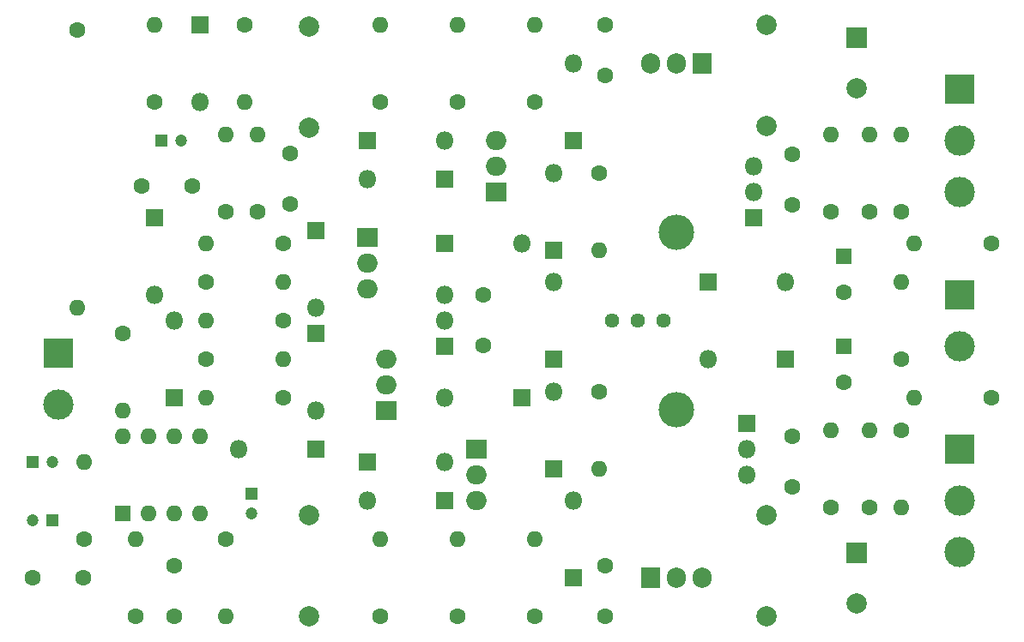
<source format=gbr>
%TF.GenerationSoftware,KiCad,Pcbnew,(5.1.9)-1*%
%TF.CreationDate,2021-06-08T03:56:04-03:00*%
%TF.ProjectId,amp1000,616d7031-3030-4302-9e6b-696361645f70,rev?*%
%TF.SameCoordinates,Original*%
%TF.FileFunction,Soldermask,Bot*%
%TF.FilePolarity,Negative*%
%FSLAX46Y46*%
G04 Gerber Fmt 4.6, Leading zero omitted, Abs format (unit mm)*
G04 Created by KiCad (PCBNEW (5.1.9)-1) date 2021-06-08 03:56:04*
%MOMM*%
%LPD*%
G01*
G04 APERTURE LIST*
%ADD10O,1.600000X1.600000*%
%ADD11C,1.600000*%
%ADD12R,1.600000X1.600000*%
%ADD13C,1.440000*%
%ADD14O,1.905000X2.000000*%
%ADD15R,1.905000X2.000000*%
%ADD16O,3.500000X3.500000*%
%ADD17O,1.800000X1.800000*%
%ADD18R,1.800000X1.800000*%
%ADD19O,2.000000X1.905000*%
%ADD20R,2.000000X1.905000*%
%ADD21C,3.000000*%
%ADD22R,3.000000X3.000000*%
%ADD23C,2.000000*%
%ADD24R,2.000000X2.000000*%
%ADD25C,1.200000*%
%ADD26R,1.200000X1.200000*%
G04 APERTURE END LIST*
D10*
%TO.C,R31*%
X169545000Y-104140000D03*
D11*
X177165000Y-104140000D03*
%TD*%
D10*
%TO.C,R30*%
X169545000Y-88900000D03*
D11*
X177165000Y-88900000D03*
%TD*%
D10*
%TO.C,R29*%
X168275000Y-92710000D03*
D11*
X168275000Y-100330000D03*
%TD*%
D10*
%TO.C,R28*%
X168275000Y-114935000D03*
D11*
X168275000Y-107315000D03*
%TD*%
D10*
%TO.C,R27*%
X168275000Y-78105000D03*
D11*
X168275000Y-85725000D03*
%TD*%
D10*
%TO.C,R26*%
X165100000Y-107315000D03*
D11*
X165100000Y-114935000D03*
%TD*%
D10*
%TO.C,R25*%
X165100000Y-78105000D03*
D11*
X165100000Y-85725000D03*
%TD*%
D10*
%TO.C,R24*%
X161290000Y-107315000D03*
D11*
X161290000Y-114935000D03*
%TD*%
D10*
%TO.C,R23*%
X161290000Y-78105000D03*
D11*
X161290000Y-85725000D03*
%TD*%
D10*
%TO.C,R22*%
X138430000Y-89535000D03*
D11*
X138430000Y-81915000D03*
%TD*%
D10*
%TO.C,R20*%
X138430000Y-111125000D03*
D11*
X138430000Y-103505000D03*
%TD*%
D10*
%TO.C,R19*%
X132080000Y-118110000D03*
D11*
X132080000Y-125730000D03*
%TD*%
D10*
%TO.C,R18*%
X132080000Y-67310000D03*
D11*
X132080000Y-74930000D03*
%TD*%
D10*
%TO.C,R17*%
X124460000Y-118110000D03*
D11*
X124460000Y-125730000D03*
%TD*%
D10*
%TO.C,R16*%
X99695000Y-104140000D03*
D11*
X107315000Y-104140000D03*
%TD*%
D10*
%TO.C,R15*%
X107315000Y-100330000D03*
D11*
X99695000Y-100330000D03*
%TD*%
D10*
%TO.C,R14*%
X124460000Y-67310000D03*
D11*
X124460000Y-74930000D03*
%TD*%
D10*
%TO.C,R13*%
X99695000Y-96520000D03*
D11*
X107315000Y-96520000D03*
%TD*%
D10*
%TO.C,R12*%
X107315000Y-92710000D03*
D11*
X99695000Y-92710000D03*
%TD*%
D10*
%TO.C,R11*%
X116840000Y-118110000D03*
D11*
X116840000Y-125730000D03*
%TD*%
D10*
%TO.C,R10*%
X116840000Y-67310000D03*
D11*
X116840000Y-74930000D03*
%TD*%
D10*
%TO.C,R9*%
X103505000Y-74930000D03*
D11*
X103505000Y-67310000D03*
%TD*%
D10*
%TO.C,R8*%
X101600000Y-125730000D03*
D11*
X101600000Y-118110000D03*
%TD*%
D10*
%TO.C,R7*%
X92710000Y-118110000D03*
D11*
X92710000Y-125730000D03*
%TD*%
D10*
%TO.C,R6*%
X87630000Y-110490000D03*
D11*
X87630000Y-118110000D03*
%TD*%
D10*
%TO.C,R5*%
X99695000Y-88900000D03*
D11*
X107315000Y-88900000D03*
%TD*%
D10*
%TO.C,R4*%
X104775000Y-78105000D03*
D11*
X104775000Y-85725000D03*
%TD*%
D10*
%TO.C,R3*%
X94615000Y-67310000D03*
D11*
X94615000Y-74930000D03*
%TD*%
D10*
%TO.C,R2*%
X91440000Y-105410000D03*
D11*
X91440000Y-97790000D03*
%TD*%
D10*
%TO.C,R1*%
X101600000Y-78105000D03*
D11*
X101600000Y-85725000D03*
%TD*%
D10*
%TO.C,U1*%
X91440000Y-107950000D03*
X99060000Y-115570000D03*
X93980000Y-107950000D03*
X96520000Y-115570000D03*
X96520000Y-107950000D03*
X93980000Y-115570000D03*
X99060000Y-107950000D03*
D12*
X91440000Y-115570000D03*
%TD*%
D13*
%TO.C,R21*%
X139700000Y-96520000D03*
X142240000Y-96520000D03*
X144780000Y-96520000D03*
%TD*%
D14*
%TO.C,Q9*%
X148590000Y-121920000D03*
X146050000Y-121920000D03*
D15*
X143510000Y-121920000D03*
D16*
X146050000Y-105260000D03*
%TD*%
D14*
%TO.C,Q8*%
X143510000Y-71120000D03*
X146050000Y-71120000D03*
D15*
X148590000Y-71120000D03*
D16*
X146050000Y-87780000D03*
%TD*%
D17*
%TO.C,Q7*%
X153035000Y-111760000D03*
X153035000Y-109220000D03*
D18*
X153035000Y-106680000D03*
%TD*%
D17*
%TO.C,Q6*%
X153670000Y-81280000D03*
X153670000Y-83820000D03*
D18*
X153670000Y-86360000D03*
%TD*%
D17*
%TO.C,Q5*%
X123190000Y-93980000D03*
X123190000Y-96520000D03*
D18*
X123190000Y-99060000D03*
%TD*%
D19*
%TO.C,Q4*%
X126365000Y-114300000D03*
X126365000Y-111760000D03*
D20*
X126365000Y-109220000D03*
%TD*%
D19*
%TO.C,Q3*%
X128270000Y-78740000D03*
X128270000Y-81280000D03*
D20*
X128270000Y-83820000D03*
%TD*%
D19*
%TO.C,Q2*%
X117475000Y-100330000D03*
X117475000Y-102870000D03*
D20*
X117475000Y-105410000D03*
%TD*%
D19*
%TO.C,Q1*%
X115570000Y-93345000D03*
X115570000Y-90805000D03*
D20*
X115570000Y-88265000D03*
%TD*%
D21*
%TO.C,J4*%
X173990000Y-119380000D03*
X173990000Y-114300000D03*
D22*
X173990000Y-109220000D03*
%TD*%
D21*
%TO.C,J3*%
X173990000Y-99060000D03*
D22*
X173990000Y-93980000D03*
%TD*%
D21*
%TO.C,J2*%
X173990000Y-83820000D03*
X173990000Y-78740000D03*
D22*
X173990000Y-73660000D03*
%TD*%
D21*
%TO.C,J1*%
X85090000Y-104775000D03*
D22*
X85090000Y-99695000D03*
%TD*%
D17*
%TO.C,D19*%
X149225000Y-100330000D03*
D18*
X156845000Y-100330000D03*
%TD*%
D17*
%TO.C,D18*%
X156845000Y-92710000D03*
D18*
X149225000Y-92710000D03*
%TD*%
D17*
%TO.C,D17*%
X135890000Y-114300000D03*
D18*
X135890000Y-121920000D03*
%TD*%
D17*
%TO.C,D16*%
X135890000Y-71120000D03*
D18*
X135890000Y-78740000D03*
%TD*%
D17*
%TO.C,D15*%
X133985000Y-103505000D03*
D18*
X133985000Y-111125000D03*
%TD*%
D17*
%TO.C,D14*%
X133985000Y-92710000D03*
D18*
X133985000Y-100330000D03*
%TD*%
D17*
%TO.C,D13*%
X133985000Y-81915000D03*
D18*
X133985000Y-89535000D03*
%TD*%
D17*
%TO.C,D12*%
X123190000Y-104140000D03*
D18*
X130810000Y-104140000D03*
%TD*%
D17*
%TO.C,D11*%
X130810000Y-88900000D03*
D18*
X123190000Y-88900000D03*
%TD*%
D17*
%TO.C,D10*%
X115570000Y-114300000D03*
D18*
X123190000Y-114300000D03*
%TD*%
D17*
%TO.C,D9*%
X123190000Y-110490000D03*
D18*
X115570000Y-110490000D03*
%TD*%
D17*
%TO.C,D8*%
X115570000Y-82550000D03*
D18*
X123190000Y-82550000D03*
%TD*%
D17*
%TO.C,D7*%
X123190000Y-78740000D03*
D18*
X115570000Y-78740000D03*
%TD*%
D17*
%TO.C,D6*%
X110490000Y-105410000D03*
D18*
X110490000Y-97790000D03*
%TD*%
D17*
%TO.C,D5*%
X110490000Y-95250000D03*
D18*
X110490000Y-87630000D03*
%TD*%
D17*
%TO.C,D4*%
X99060000Y-74930000D03*
D18*
X99060000Y-67310000D03*
%TD*%
D17*
%TO.C,D3*%
X102870000Y-109220000D03*
D18*
X110490000Y-109220000D03*
%TD*%
D17*
%TO.C,D2*%
X96520000Y-96520000D03*
D18*
X96520000Y-104140000D03*
%TD*%
D17*
%TO.C,D1*%
X94615000Y-93980000D03*
D18*
X94615000Y-86360000D03*
%TD*%
D23*
%TO.C,C22*%
X163830000Y-73580000D03*
D24*
X163830000Y-68580000D03*
%TD*%
D23*
%TO.C,C21*%
X163830000Y-124460000D03*
D24*
X163830000Y-119460000D03*
%TD*%
D23*
%TO.C,C20*%
X154940000Y-115730000D03*
X154940000Y-125730000D03*
%TD*%
%TO.C,C19*%
X154940000Y-77310000D03*
X154940000Y-67310000D03*
%TD*%
D11*
%TO.C,C18*%
X162560000Y-102560000D03*
D12*
X162560000Y-99060000D03*
%TD*%
D11*
%TO.C,C17*%
X162560000Y-93670000D03*
D12*
X162560000Y-90170000D03*
%TD*%
D11*
%TO.C,C16*%
X139065000Y-72310000D03*
X139065000Y-67310000D03*
%TD*%
%TO.C,C15*%
X139065000Y-120730000D03*
X139065000Y-125730000D03*
%TD*%
%TO.C,C14*%
X157480000Y-112950000D03*
X157480000Y-107950000D03*
%TD*%
%TO.C,C13*%
X157480000Y-85090000D03*
X157480000Y-80090000D03*
%TD*%
%TO.C,C12*%
X127000000Y-93980000D03*
X127000000Y-98980000D03*
%TD*%
D23*
%TO.C,C11*%
X109855000Y-77470000D03*
X109855000Y-67470000D03*
%TD*%
%TO.C,C10*%
X109855000Y-115730000D03*
X109855000Y-125730000D03*
%TD*%
D25*
%TO.C,C9*%
X104140000Y-115570000D03*
D26*
X104140000Y-113570000D03*
%TD*%
D11*
%TO.C,C8*%
X93345000Y-83185000D03*
X98345000Y-83185000D03*
%TD*%
D25*
%TO.C,C7*%
X97250000Y-78740000D03*
D26*
X95250000Y-78740000D03*
%TD*%
D11*
%TO.C,C6*%
X87550000Y-121920000D03*
X82550000Y-121920000D03*
%TD*%
%TO.C,C5*%
X96520000Y-125730000D03*
X96520000Y-120730000D03*
%TD*%
D25*
%TO.C,C4*%
X84550000Y-110490000D03*
D26*
X82550000Y-110490000D03*
%TD*%
D25*
%TO.C,C3*%
X82550000Y-116205000D03*
D26*
X84550000Y-116205000D03*
%TD*%
D11*
%TO.C,C2*%
X107950000Y-85010000D03*
X107950000Y-80010000D03*
%TD*%
D10*
%TO.C,C1*%
X86995000Y-95250000D03*
D11*
X86995000Y-67750000D03*
%TD*%
M02*

</source>
